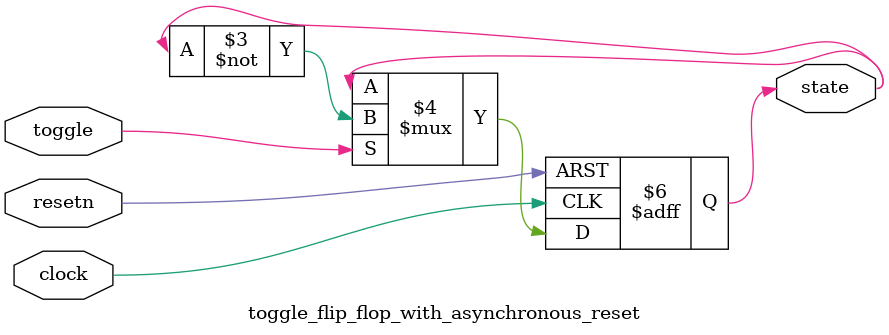
<source format=v>



module toggle_flip_flop_with_asynchronous_reset #(
  parameter RESET_VALUE = 0
) (
  input      clock,
  input      resetn,
  input      toggle,
  output reg state
);

always @(posedge clock or negedge resetn) begin
  if      (!resetn) state <= RESET_VALUE;
  else if (toggle)  state <= ~state;
end

endmodule

</source>
